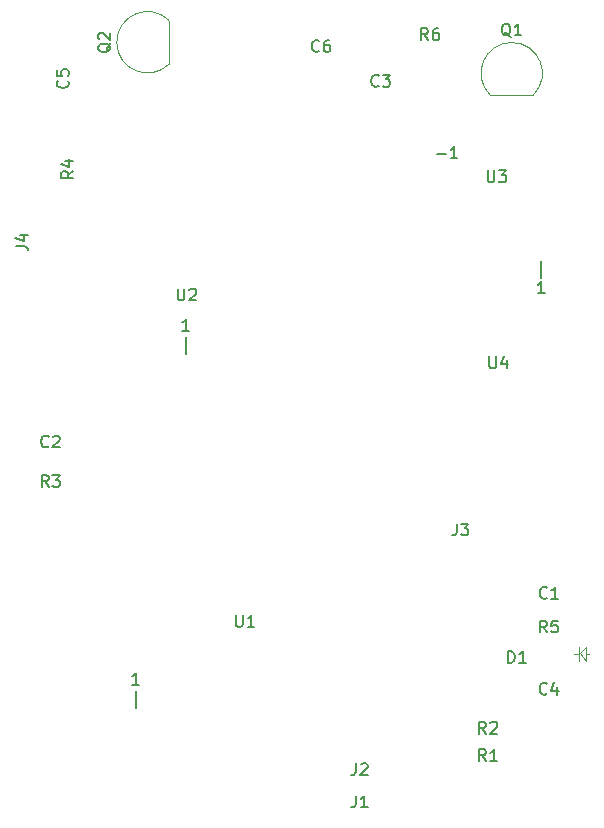
<source format=gbr>
%TF.GenerationSoftware,KiCad,Pcbnew,(7.0.0)*%
%TF.CreationDate,2023-03-08T13:52:56-06:00*%
%TF.ProjectId,G0-022M6,47302d30-3232-44d3-962e-6b696361645f,rev?*%
%TF.SameCoordinates,Original*%
%TF.FileFunction,Legend,Top*%
%TF.FilePolarity,Positive*%
%FSLAX46Y46*%
G04 Gerber Fmt 4.6, Leading zero omitted, Abs format (unit mm)*
G04 Created by KiCad (PCBNEW (7.0.0)) date 2023-03-08 13:52:56*
%MOMM*%
%LPD*%
G01*
G04 APERTURE LIST*
%ADD10C,0.100000*%
%ADD11C,0.150000*%
%ADD12C,0.120000*%
G04 APERTURE END LIST*
D10*
X174370000Y-116690500D02*
X174647000Y-116692000D01*
X173788000Y-116690500D02*
X173371000Y-116692000D01*
X174370000Y-117294000D02*
X173847000Y-116645000D01*
X174370000Y-116087000D02*
X174370000Y-117294000D01*
X173847000Y-116645000D02*
X174370000Y-116087000D01*
X173788000Y-116087000D02*
X173788000Y-117294000D01*
D11*
X140785904Y-89328380D02*
X140214476Y-89328380D01*
X140500190Y-89328380D02*
X140500190Y-88328380D01*
X140500190Y-88328380D02*
X140404952Y-88471238D01*
X140404952Y-88471238D02*
X140309714Y-88566476D01*
X140309714Y-88566476D02*
X140214476Y-88614095D01*
X140500190Y-91281714D02*
X140500190Y-89853142D01*
X161742095Y-74338428D02*
X162504000Y-74338428D01*
X163503999Y-74719380D02*
X162932571Y-74719380D01*
X163218285Y-74719380D02*
X163218285Y-73719380D01*
X163218285Y-73719380D02*
X163123047Y-73862238D01*
X163123047Y-73862238D02*
X163027809Y-73957476D01*
X163027809Y-73957476D02*
X162932571Y-74005095D01*
X170603190Y-84864714D02*
X170603190Y-83436142D01*
X170888904Y-86151380D02*
X170317476Y-86151380D01*
X170603190Y-86151380D02*
X170603190Y-85151380D01*
X170603190Y-85151380D02*
X170507952Y-85294238D01*
X170507952Y-85294238D02*
X170412714Y-85389476D01*
X170412714Y-85389476D02*
X170317476Y-85437095D01*
X136546904Y-119293380D02*
X135975476Y-119293380D01*
X136261190Y-119293380D02*
X136261190Y-118293380D01*
X136261190Y-118293380D02*
X136165952Y-118436238D01*
X136165952Y-118436238D02*
X136070714Y-118531476D01*
X136070714Y-118531476D02*
X135975476Y-118579095D01*
X136261190Y-121246714D02*
X136261190Y-119818142D01*
%TO.C,J1*%
X154913666Y-128680380D02*
X154913666Y-129394666D01*
X154913666Y-129394666D02*
X154866047Y-129537523D01*
X154866047Y-129537523D02*
X154770809Y-129632761D01*
X154770809Y-129632761D02*
X154627952Y-129680380D01*
X154627952Y-129680380D02*
X154532714Y-129680380D01*
X155913666Y-129680380D02*
X155342238Y-129680380D01*
X155627952Y-129680380D02*
X155627952Y-128680380D01*
X155627952Y-128680380D02*
X155532714Y-128823238D01*
X155532714Y-128823238D02*
X155437476Y-128918476D01*
X155437476Y-128918476D02*
X155342238Y-128966095D01*
%TO.C,C5*%
X130500142Y-68144666D02*
X130547761Y-68192285D01*
X130547761Y-68192285D02*
X130595380Y-68335142D01*
X130595380Y-68335142D02*
X130595380Y-68430380D01*
X130595380Y-68430380D02*
X130547761Y-68573237D01*
X130547761Y-68573237D02*
X130452523Y-68668475D01*
X130452523Y-68668475D02*
X130357285Y-68716094D01*
X130357285Y-68716094D02*
X130166809Y-68763713D01*
X130166809Y-68763713D02*
X130023952Y-68763713D01*
X130023952Y-68763713D02*
X129833476Y-68716094D01*
X129833476Y-68716094D02*
X129738238Y-68668475D01*
X129738238Y-68668475D02*
X129643000Y-68573237D01*
X129643000Y-68573237D02*
X129595380Y-68430380D01*
X129595380Y-68430380D02*
X129595380Y-68335142D01*
X129595380Y-68335142D02*
X129643000Y-68192285D01*
X129643000Y-68192285D02*
X129690619Y-68144666D01*
X129595380Y-67239904D02*
X129595380Y-67716094D01*
X129595380Y-67716094D02*
X130071571Y-67763713D01*
X130071571Y-67763713D02*
X130023952Y-67716094D01*
X130023952Y-67716094D02*
X129976333Y-67620856D01*
X129976333Y-67620856D02*
X129976333Y-67382761D01*
X129976333Y-67382761D02*
X130023952Y-67287523D01*
X130023952Y-67287523D02*
X130071571Y-67239904D01*
X130071571Y-67239904D02*
X130166809Y-67192285D01*
X130166809Y-67192285D02*
X130404904Y-67192285D01*
X130404904Y-67192285D02*
X130500142Y-67239904D01*
X130500142Y-67239904D02*
X130547761Y-67287523D01*
X130547761Y-67287523D02*
X130595380Y-67382761D01*
X130595380Y-67382761D02*
X130595380Y-67620856D01*
X130595380Y-67620856D02*
X130547761Y-67716094D01*
X130547761Y-67716094D02*
X130500142Y-67763713D01*
%TO.C,R1*%
X165920333Y-125760380D02*
X165587000Y-125284190D01*
X165348905Y-125760380D02*
X165348905Y-124760380D01*
X165348905Y-124760380D02*
X165729857Y-124760380D01*
X165729857Y-124760380D02*
X165825095Y-124808000D01*
X165825095Y-124808000D02*
X165872714Y-124855619D01*
X165872714Y-124855619D02*
X165920333Y-124950857D01*
X165920333Y-124950857D02*
X165920333Y-125093714D01*
X165920333Y-125093714D02*
X165872714Y-125188952D01*
X165872714Y-125188952D02*
X165825095Y-125236571D01*
X165825095Y-125236571D02*
X165729857Y-125284190D01*
X165729857Y-125284190D02*
X165348905Y-125284190D01*
X166872714Y-125760380D02*
X166301286Y-125760380D01*
X166587000Y-125760380D02*
X166587000Y-124760380D01*
X166587000Y-124760380D02*
X166491762Y-124903238D01*
X166491762Y-124903238D02*
X166396524Y-124998476D01*
X166396524Y-124998476D02*
X166301286Y-125046095D01*
%TO.C,C4*%
X171084333Y-120031142D02*
X171036714Y-120078761D01*
X171036714Y-120078761D02*
X170893857Y-120126380D01*
X170893857Y-120126380D02*
X170798619Y-120126380D01*
X170798619Y-120126380D02*
X170655762Y-120078761D01*
X170655762Y-120078761D02*
X170560524Y-119983523D01*
X170560524Y-119983523D02*
X170512905Y-119888285D01*
X170512905Y-119888285D02*
X170465286Y-119697809D01*
X170465286Y-119697809D02*
X170465286Y-119554952D01*
X170465286Y-119554952D02*
X170512905Y-119364476D01*
X170512905Y-119364476D02*
X170560524Y-119269238D01*
X170560524Y-119269238D02*
X170655762Y-119174000D01*
X170655762Y-119174000D02*
X170798619Y-119126380D01*
X170798619Y-119126380D02*
X170893857Y-119126380D01*
X170893857Y-119126380D02*
X171036714Y-119174000D01*
X171036714Y-119174000D02*
X171084333Y-119221619D01*
X171941476Y-119459714D02*
X171941476Y-120126380D01*
X171703381Y-119078761D02*
X171465286Y-119793047D01*
X171465286Y-119793047D02*
X172084333Y-119793047D01*
%TO.C,C6*%
X151797333Y-65633142D02*
X151749714Y-65680761D01*
X151749714Y-65680761D02*
X151606857Y-65728380D01*
X151606857Y-65728380D02*
X151511619Y-65728380D01*
X151511619Y-65728380D02*
X151368762Y-65680761D01*
X151368762Y-65680761D02*
X151273524Y-65585523D01*
X151273524Y-65585523D02*
X151225905Y-65490285D01*
X151225905Y-65490285D02*
X151178286Y-65299809D01*
X151178286Y-65299809D02*
X151178286Y-65156952D01*
X151178286Y-65156952D02*
X151225905Y-64966476D01*
X151225905Y-64966476D02*
X151273524Y-64871238D01*
X151273524Y-64871238D02*
X151368762Y-64776000D01*
X151368762Y-64776000D02*
X151511619Y-64728380D01*
X151511619Y-64728380D02*
X151606857Y-64728380D01*
X151606857Y-64728380D02*
X151749714Y-64776000D01*
X151749714Y-64776000D02*
X151797333Y-64823619D01*
X152654476Y-64728380D02*
X152464000Y-64728380D01*
X152464000Y-64728380D02*
X152368762Y-64776000D01*
X152368762Y-64776000D02*
X152321143Y-64823619D01*
X152321143Y-64823619D02*
X152225905Y-64966476D01*
X152225905Y-64966476D02*
X152178286Y-65156952D01*
X152178286Y-65156952D02*
X152178286Y-65537904D01*
X152178286Y-65537904D02*
X152225905Y-65633142D01*
X152225905Y-65633142D02*
X152273524Y-65680761D01*
X152273524Y-65680761D02*
X152368762Y-65728380D01*
X152368762Y-65728380D02*
X152559238Y-65728380D01*
X152559238Y-65728380D02*
X152654476Y-65680761D01*
X152654476Y-65680761D02*
X152702095Y-65633142D01*
X152702095Y-65633142D02*
X152749714Y-65537904D01*
X152749714Y-65537904D02*
X152749714Y-65299809D01*
X152749714Y-65299809D02*
X152702095Y-65204571D01*
X152702095Y-65204571D02*
X152654476Y-65156952D01*
X152654476Y-65156952D02*
X152559238Y-65109333D01*
X152559238Y-65109333D02*
X152368762Y-65109333D01*
X152368762Y-65109333D02*
X152273524Y-65156952D01*
X152273524Y-65156952D02*
X152225905Y-65204571D01*
X152225905Y-65204571D02*
X152178286Y-65299809D01*
%TO.C,C2*%
X128888333Y-99111142D02*
X128840714Y-99158761D01*
X128840714Y-99158761D02*
X128697857Y-99206380D01*
X128697857Y-99206380D02*
X128602619Y-99206380D01*
X128602619Y-99206380D02*
X128459762Y-99158761D01*
X128459762Y-99158761D02*
X128364524Y-99063523D01*
X128364524Y-99063523D02*
X128316905Y-98968285D01*
X128316905Y-98968285D02*
X128269286Y-98777809D01*
X128269286Y-98777809D02*
X128269286Y-98634952D01*
X128269286Y-98634952D02*
X128316905Y-98444476D01*
X128316905Y-98444476D02*
X128364524Y-98349238D01*
X128364524Y-98349238D02*
X128459762Y-98254000D01*
X128459762Y-98254000D02*
X128602619Y-98206380D01*
X128602619Y-98206380D02*
X128697857Y-98206380D01*
X128697857Y-98206380D02*
X128840714Y-98254000D01*
X128840714Y-98254000D02*
X128888333Y-98301619D01*
X129269286Y-98301619D02*
X129316905Y-98254000D01*
X129316905Y-98254000D02*
X129412143Y-98206380D01*
X129412143Y-98206380D02*
X129650238Y-98206380D01*
X129650238Y-98206380D02*
X129745476Y-98254000D01*
X129745476Y-98254000D02*
X129793095Y-98301619D01*
X129793095Y-98301619D02*
X129840714Y-98396857D01*
X129840714Y-98396857D02*
X129840714Y-98492095D01*
X129840714Y-98492095D02*
X129793095Y-98634952D01*
X129793095Y-98634952D02*
X129221667Y-99206380D01*
X129221667Y-99206380D02*
X129840714Y-99206380D01*
%TO.C,R3*%
X128888333Y-102543380D02*
X128555000Y-102067190D01*
X128316905Y-102543380D02*
X128316905Y-101543380D01*
X128316905Y-101543380D02*
X128697857Y-101543380D01*
X128697857Y-101543380D02*
X128793095Y-101591000D01*
X128793095Y-101591000D02*
X128840714Y-101638619D01*
X128840714Y-101638619D02*
X128888333Y-101733857D01*
X128888333Y-101733857D02*
X128888333Y-101876714D01*
X128888333Y-101876714D02*
X128840714Y-101971952D01*
X128840714Y-101971952D02*
X128793095Y-102019571D01*
X128793095Y-102019571D02*
X128697857Y-102067190D01*
X128697857Y-102067190D02*
X128316905Y-102067190D01*
X129221667Y-101543380D02*
X129840714Y-101543380D01*
X129840714Y-101543380D02*
X129507381Y-101924333D01*
X129507381Y-101924333D02*
X129650238Y-101924333D01*
X129650238Y-101924333D02*
X129745476Y-101971952D01*
X129745476Y-101971952D02*
X129793095Y-102019571D01*
X129793095Y-102019571D02*
X129840714Y-102114809D01*
X129840714Y-102114809D02*
X129840714Y-102352904D01*
X129840714Y-102352904D02*
X129793095Y-102448142D01*
X129793095Y-102448142D02*
X129745476Y-102495761D01*
X129745476Y-102495761D02*
X129650238Y-102543380D01*
X129650238Y-102543380D02*
X129364524Y-102543380D01*
X129364524Y-102543380D02*
X129269286Y-102495761D01*
X129269286Y-102495761D02*
X129221667Y-102448142D01*
%TO.C,U1*%
X144745095Y-113382380D02*
X144745095Y-114191904D01*
X144745095Y-114191904D02*
X144792714Y-114287142D01*
X144792714Y-114287142D02*
X144840333Y-114334761D01*
X144840333Y-114334761D02*
X144935571Y-114382380D01*
X144935571Y-114382380D02*
X145126047Y-114382380D01*
X145126047Y-114382380D02*
X145221285Y-114334761D01*
X145221285Y-114334761D02*
X145268904Y-114287142D01*
X145268904Y-114287142D02*
X145316523Y-114191904D01*
X145316523Y-114191904D02*
X145316523Y-113382380D01*
X146316523Y-114382380D02*
X145745095Y-114382380D01*
X146030809Y-114382380D02*
X146030809Y-113382380D01*
X146030809Y-113382380D02*
X145935571Y-113525238D01*
X145935571Y-113525238D02*
X145840333Y-113620476D01*
X145840333Y-113620476D02*
X145745095Y-113668095D01*
%TO.C,R4*%
X130976380Y-75810666D02*
X130500190Y-76143999D01*
X130976380Y-76382094D02*
X129976380Y-76382094D01*
X129976380Y-76382094D02*
X129976380Y-76001142D01*
X129976380Y-76001142D02*
X130024000Y-75905904D01*
X130024000Y-75905904D02*
X130071619Y-75858285D01*
X130071619Y-75858285D02*
X130166857Y-75810666D01*
X130166857Y-75810666D02*
X130309714Y-75810666D01*
X130309714Y-75810666D02*
X130404952Y-75858285D01*
X130404952Y-75858285D02*
X130452571Y-75905904D01*
X130452571Y-75905904D02*
X130500190Y-76001142D01*
X130500190Y-76001142D02*
X130500190Y-76382094D01*
X130309714Y-74953523D02*
X130976380Y-74953523D01*
X129928761Y-75191618D02*
X130643047Y-75429713D01*
X130643047Y-75429713D02*
X130643047Y-74810666D01*
%TO.C,J3*%
X163447666Y-105652380D02*
X163447666Y-106366666D01*
X163447666Y-106366666D02*
X163400047Y-106509523D01*
X163400047Y-106509523D02*
X163304809Y-106604761D01*
X163304809Y-106604761D02*
X163161952Y-106652380D01*
X163161952Y-106652380D02*
X163066714Y-106652380D01*
X163828619Y-105652380D02*
X164447666Y-105652380D01*
X164447666Y-105652380D02*
X164114333Y-106033333D01*
X164114333Y-106033333D02*
X164257190Y-106033333D01*
X164257190Y-106033333D02*
X164352428Y-106080952D01*
X164352428Y-106080952D02*
X164400047Y-106128571D01*
X164400047Y-106128571D02*
X164447666Y-106223809D01*
X164447666Y-106223809D02*
X164447666Y-106461904D01*
X164447666Y-106461904D02*
X164400047Y-106557142D01*
X164400047Y-106557142D02*
X164352428Y-106604761D01*
X164352428Y-106604761D02*
X164257190Y-106652380D01*
X164257190Y-106652380D02*
X163971476Y-106652380D01*
X163971476Y-106652380D02*
X163876238Y-106604761D01*
X163876238Y-106604761D02*
X163828619Y-106557142D01*
%TO.C,Q2*%
X134169619Y-64993238D02*
X134122000Y-65088476D01*
X134122000Y-65088476D02*
X134026761Y-65183714D01*
X134026761Y-65183714D02*
X133883904Y-65326571D01*
X133883904Y-65326571D02*
X133836285Y-65421809D01*
X133836285Y-65421809D02*
X133836285Y-65517047D01*
X134074380Y-65469428D02*
X134026761Y-65564666D01*
X134026761Y-65564666D02*
X133931523Y-65659904D01*
X133931523Y-65659904D02*
X133741047Y-65707523D01*
X133741047Y-65707523D02*
X133407714Y-65707523D01*
X133407714Y-65707523D02*
X133217238Y-65659904D01*
X133217238Y-65659904D02*
X133122000Y-65564666D01*
X133122000Y-65564666D02*
X133074380Y-65469428D01*
X133074380Y-65469428D02*
X133074380Y-65278952D01*
X133074380Y-65278952D02*
X133122000Y-65183714D01*
X133122000Y-65183714D02*
X133217238Y-65088476D01*
X133217238Y-65088476D02*
X133407714Y-65040857D01*
X133407714Y-65040857D02*
X133741047Y-65040857D01*
X133741047Y-65040857D02*
X133931523Y-65088476D01*
X133931523Y-65088476D02*
X134026761Y-65183714D01*
X134026761Y-65183714D02*
X134074380Y-65278952D01*
X134074380Y-65278952D02*
X134074380Y-65469428D01*
X133169619Y-64659904D02*
X133122000Y-64612285D01*
X133122000Y-64612285D02*
X133074380Y-64517047D01*
X133074380Y-64517047D02*
X133074380Y-64278952D01*
X133074380Y-64278952D02*
X133122000Y-64183714D01*
X133122000Y-64183714D02*
X133169619Y-64136095D01*
X133169619Y-64136095D02*
X133264857Y-64088476D01*
X133264857Y-64088476D02*
X133360095Y-64088476D01*
X133360095Y-64088476D02*
X133502952Y-64136095D01*
X133502952Y-64136095D02*
X134074380Y-64707523D01*
X134074380Y-64707523D02*
X134074380Y-64088476D01*
%TO.C,R5*%
X171084333Y-114862380D02*
X170751000Y-114386190D01*
X170512905Y-114862380D02*
X170512905Y-113862380D01*
X170512905Y-113862380D02*
X170893857Y-113862380D01*
X170893857Y-113862380D02*
X170989095Y-113910000D01*
X170989095Y-113910000D02*
X171036714Y-113957619D01*
X171036714Y-113957619D02*
X171084333Y-114052857D01*
X171084333Y-114052857D02*
X171084333Y-114195714D01*
X171084333Y-114195714D02*
X171036714Y-114290952D01*
X171036714Y-114290952D02*
X170989095Y-114338571D01*
X170989095Y-114338571D02*
X170893857Y-114386190D01*
X170893857Y-114386190D02*
X170512905Y-114386190D01*
X171989095Y-113862380D02*
X171512905Y-113862380D01*
X171512905Y-113862380D02*
X171465286Y-114338571D01*
X171465286Y-114338571D02*
X171512905Y-114290952D01*
X171512905Y-114290952D02*
X171608143Y-114243333D01*
X171608143Y-114243333D02*
X171846238Y-114243333D01*
X171846238Y-114243333D02*
X171941476Y-114290952D01*
X171941476Y-114290952D02*
X171989095Y-114338571D01*
X171989095Y-114338571D02*
X172036714Y-114433809D01*
X172036714Y-114433809D02*
X172036714Y-114671904D01*
X172036714Y-114671904D02*
X171989095Y-114767142D01*
X171989095Y-114767142D02*
X171941476Y-114814761D01*
X171941476Y-114814761D02*
X171846238Y-114862380D01*
X171846238Y-114862380D02*
X171608143Y-114862380D01*
X171608143Y-114862380D02*
X171512905Y-114814761D01*
X171512905Y-114814761D02*
X171465286Y-114767142D01*
%TO.C,D1*%
X167788905Y-117438380D02*
X167788905Y-116438380D01*
X167788905Y-116438380D02*
X168027000Y-116438380D01*
X168027000Y-116438380D02*
X168169857Y-116486000D01*
X168169857Y-116486000D02*
X168265095Y-116581238D01*
X168265095Y-116581238D02*
X168312714Y-116676476D01*
X168312714Y-116676476D02*
X168360333Y-116866952D01*
X168360333Y-116866952D02*
X168360333Y-117009809D01*
X168360333Y-117009809D02*
X168312714Y-117200285D01*
X168312714Y-117200285D02*
X168265095Y-117295523D01*
X168265095Y-117295523D02*
X168169857Y-117390761D01*
X168169857Y-117390761D02*
X168027000Y-117438380D01*
X168027000Y-117438380D02*
X167788905Y-117438380D01*
X169312714Y-117438380D02*
X168741286Y-117438380D01*
X169027000Y-117438380D02*
X169027000Y-116438380D01*
X169027000Y-116438380D02*
X168931762Y-116581238D01*
X168931762Y-116581238D02*
X168836524Y-116676476D01*
X168836524Y-116676476D02*
X168741286Y-116724095D01*
%TO.C,J4*%
X126122380Y-82147333D02*
X126836666Y-82147333D01*
X126836666Y-82147333D02*
X126979523Y-82194952D01*
X126979523Y-82194952D02*
X127074761Y-82290190D01*
X127074761Y-82290190D02*
X127122380Y-82433047D01*
X127122380Y-82433047D02*
X127122380Y-82528285D01*
X126455714Y-81242571D02*
X127122380Y-81242571D01*
X126074761Y-81480666D02*
X126789047Y-81718761D01*
X126789047Y-81718761D02*
X126789047Y-81099714D01*
%TO.C,C1*%
X171084333Y-111918142D02*
X171036714Y-111965761D01*
X171036714Y-111965761D02*
X170893857Y-112013380D01*
X170893857Y-112013380D02*
X170798619Y-112013380D01*
X170798619Y-112013380D02*
X170655762Y-111965761D01*
X170655762Y-111965761D02*
X170560524Y-111870523D01*
X170560524Y-111870523D02*
X170512905Y-111775285D01*
X170512905Y-111775285D02*
X170465286Y-111584809D01*
X170465286Y-111584809D02*
X170465286Y-111441952D01*
X170465286Y-111441952D02*
X170512905Y-111251476D01*
X170512905Y-111251476D02*
X170560524Y-111156238D01*
X170560524Y-111156238D02*
X170655762Y-111061000D01*
X170655762Y-111061000D02*
X170798619Y-111013380D01*
X170798619Y-111013380D02*
X170893857Y-111013380D01*
X170893857Y-111013380D02*
X171036714Y-111061000D01*
X171036714Y-111061000D02*
X171084333Y-111108619D01*
X172036714Y-112013380D02*
X171465286Y-112013380D01*
X171751000Y-112013380D02*
X171751000Y-111013380D01*
X171751000Y-111013380D02*
X171655762Y-111156238D01*
X171655762Y-111156238D02*
X171560524Y-111251476D01*
X171560524Y-111251476D02*
X171465286Y-111299095D01*
%TO.C,C3*%
X156843333Y-68567142D02*
X156795714Y-68614761D01*
X156795714Y-68614761D02*
X156652857Y-68662380D01*
X156652857Y-68662380D02*
X156557619Y-68662380D01*
X156557619Y-68662380D02*
X156414762Y-68614761D01*
X156414762Y-68614761D02*
X156319524Y-68519523D01*
X156319524Y-68519523D02*
X156271905Y-68424285D01*
X156271905Y-68424285D02*
X156224286Y-68233809D01*
X156224286Y-68233809D02*
X156224286Y-68090952D01*
X156224286Y-68090952D02*
X156271905Y-67900476D01*
X156271905Y-67900476D02*
X156319524Y-67805238D01*
X156319524Y-67805238D02*
X156414762Y-67710000D01*
X156414762Y-67710000D02*
X156557619Y-67662380D01*
X156557619Y-67662380D02*
X156652857Y-67662380D01*
X156652857Y-67662380D02*
X156795714Y-67710000D01*
X156795714Y-67710000D02*
X156843333Y-67757619D01*
X157176667Y-67662380D02*
X157795714Y-67662380D01*
X157795714Y-67662380D02*
X157462381Y-68043333D01*
X157462381Y-68043333D02*
X157605238Y-68043333D01*
X157605238Y-68043333D02*
X157700476Y-68090952D01*
X157700476Y-68090952D02*
X157748095Y-68138571D01*
X157748095Y-68138571D02*
X157795714Y-68233809D01*
X157795714Y-68233809D02*
X157795714Y-68471904D01*
X157795714Y-68471904D02*
X157748095Y-68567142D01*
X157748095Y-68567142D02*
X157700476Y-68614761D01*
X157700476Y-68614761D02*
X157605238Y-68662380D01*
X157605238Y-68662380D02*
X157319524Y-68662380D01*
X157319524Y-68662380D02*
X157224286Y-68614761D01*
X157224286Y-68614761D02*
X157176667Y-68567142D01*
%TO.C,R6*%
X161019333Y-64713380D02*
X160686000Y-64237190D01*
X160447905Y-64713380D02*
X160447905Y-63713380D01*
X160447905Y-63713380D02*
X160828857Y-63713380D01*
X160828857Y-63713380D02*
X160924095Y-63761000D01*
X160924095Y-63761000D02*
X160971714Y-63808619D01*
X160971714Y-63808619D02*
X161019333Y-63903857D01*
X161019333Y-63903857D02*
X161019333Y-64046714D01*
X161019333Y-64046714D02*
X160971714Y-64141952D01*
X160971714Y-64141952D02*
X160924095Y-64189571D01*
X160924095Y-64189571D02*
X160828857Y-64237190D01*
X160828857Y-64237190D02*
X160447905Y-64237190D01*
X161876476Y-63713380D02*
X161686000Y-63713380D01*
X161686000Y-63713380D02*
X161590762Y-63761000D01*
X161590762Y-63761000D02*
X161543143Y-63808619D01*
X161543143Y-63808619D02*
X161447905Y-63951476D01*
X161447905Y-63951476D02*
X161400286Y-64141952D01*
X161400286Y-64141952D02*
X161400286Y-64522904D01*
X161400286Y-64522904D02*
X161447905Y-64618142D01*
X161447905Y-64618142D02*
X161495524Y-64665761D01*
X161495524Y-64665761D02*
X161590762Y-64713380D01*
X161590762Y-64713380D02*
X161781238Y-64713380D01*
X161781238Y-64713380D02*
X161876476Y-64665761D01*
X161876476Y-64665761D02*
X161924095Y-64618142D01*
X161924095Y-64618142D02*
X161971714Y-64522904D01*
X161971714Y-64522904D02*
X161971714Y-64284809D01*
X161971714Y-64284809D02*
X161924095Y-64189571D01*
X161924095Y-64189571D02*
X161876476Y-64141952D01*
X161876476Y-64141952D02*
X161781238Y-64094333D01*
X161781238Y-64094333D02*
X161590762Y-64094333D01*
X161590762Y-64094333D02*
X161495524Y-64141952D01*
X161495524Y-64141952D02*
X161447905Y-64189571D01*
X161447905Y-64189571D02*
X161400286Y-64284809D01*
%TO.C,U2*%
X139817095Y-85755380D02*
X139817095Y-86564904D01*
X139817095Y-86564904D02*
X139864714Y-86660142D01*
X139864714Y-86660142D02*
X139912333Y-86707761D01*
X139912333Y-86707761D02*
X140007571Y-86755380D01*
X140007571Y-86755380D02*
X140198047Y-86755380D01*
X140198047Y-86755380D02*
X140293285Y-86707761D01*
X140293285Y-86707761D02*
X140340904Y-86660142D01*
X140340904Y-86660142D02*
X140388523Y-86564904D01*
X140388523Y-86564904D02*
X140388523Y-85755380D01*
X140817095Y-85850619D02*
X140864714Y-85803000D01*
X140864714Y-85803000D02*
X140959952Y-85755380D01*
X140959952Y-85755380D02*
X141198047Y-85755380D01*
X141198047Y-85755380D02*
X141293285Y-85803000D01*
X141293285Y-85803000D02*
X141340904Y-85850619D01*
X141340904Y-85850619D02*
X141388523Y-85945857D01*
X141388523Y-85945857D02*
X141388523Y-86041095D01*
X141388523Y-86041095D02*
X141340904Y-86183952D01*
X141340904Y-86183952D02*
X140769476Y-86755380D01*
X140769476Y-86755380D02*
X141388523Y-86755380D01*
%TO.C,J2*%
X154913666Y-125946380D02*
X154913666Y-126660666D01*
X154913666Y-126660666D02*
X154866047Y-126803523D01*
X154866047Y-126803523D02*
X154770809Y-126898761D01*
X154770809Y-126898761D02*
X154627952Y-126946380D01*
X154627952Y-126946380D02*
X154532714Y-126946380D01*
X155342238Y-126041619D02*
X155389857Y-125994000D01*
X155389857Y-125994000D02*
X155485095Y-125946380D01*
X155485095Y-125946380D02*
X155723190Y-125946380D01*
X155723190Y-125946380D02*
X155818428Y-125994000D01*
X155818428Y-125994000D02*
X155866047Y-126041619D01*
X155866047Y-126041619D02*
X155913666Y-126136857D01*
X155913666Y-126136857D02*
X155913666Y-126232095D01*
X155913666Y-126232095D02*
X155866047Y-126374952D01*
X155866047Y-126374952D02*
X155294619Y-126946380D01*
X155294619Y-126946380D02*
X155913666Y-126946380D01*
%TO.C,U4*%
X166215095Y-91494380D02*
X166215095Y-92303904D01*
X166215095Y-92303904D02*
X166262714Y-92399142D01*
X166262714Y-92399142D02*
X166310333Y-92446761D01*
X166310333Y-92446761D02*
X166405571Y-92494380D01*
X166405571Y-92494380D02*
X166596047Y-92494380D01*
X166596047Y-92494380D02*
X166691285Y-92446761D01*
X166691285Y-92446761D02*
X166738904Y-92399142D01*
X166738904Y-92399142D02*
X166786523Y-92303904D01*
X166786523Y-92303904D02*
X166786523Y-91494380D01*
X167691285Y-91827714D02*
X167691285Y-92494380D01*
X167453190Y-91446761D02*
X167215095Y-92161047D01*
X167215095Y-92161047D02*
X167834142Y-92161047D01*
%TO.C,R2*%
X165920333Y-123427380D02*
X165587000Y-122951190D01*
X165348905Y-123427380D02*
X165348905Y-122427380D01*
X165348905Y-122427380D02*
X165729857Y-122427380D01*
X165729857Y-122427380D02*
X165825095Y-122475000D01*
X165825095Y-122475000D02*
X165872714Y-122522619D01*
X165872714Y-122522619D02*
X165920333Y-122617857D01*
X165920333Y-122617857D02*
X165920333Y-122760714D01*
X165920333Y-122760714D02*
X165872714Y-122855952D01*
X165872714Y-122855952D02*
X165825095Y-122903571D01*
X165825095Y-122903571D02*
X165729857Y-122951190D01*
X165729857Y-122951190D02*
X165348905Y-122951190D01*
X166301286Y-122522619D02*
X166348905Y-122475000D01*
X166348905Y-122475000D02*
X166444143Y-122427380D01*
X166444143Y-122427380D02*
X166682238Y-122427380D01*
X166682238Y-122427380D02*
X166777476Y-122475000D01*
X166777476Y-122475000D02*
X166825095Y-122522619D01*
X166825095Y-122522619D02*
X166872714Y-122617857D01*
X166872714Y-122617857D02*
X166872714Y-122713095D01*
X166872714Y-122713095D02*
X166825095Y-122855952D01*
X166825095Y-122855952D02*
X166253667Y-123427380D01*
X166253667Y-123427380D02*
X166872714Y-123427380D01*
%TO.C,U3*%
X166062095Y-75741380D02*
X166062095Y-76550904D01*
X166062095Y-76550904D02*
X166109714Y-76646142D01*
X166109714Y-76646142D02*
X166157333Y-76693761D01*
X166157333Y-76693761D02*
X166252571Y-76741380D01*
X166252571Y-76741380D02*
X166443047Y-76741380D01*
X166443047Y-76741380D02*
X166538285Y-76693761D01*
X166538285Y-76693761D02*
X166585904Y-76646142D01*
X166585904Y-76646142D02*
X166633523Y-76550904D01*
X166633523Y-76550904D02*
X166633523Y-75741380D01*
X167014476Y-75741380D02*
X167633523Y-75741380D01*
X167633523Y-75741380D02*
X167300190Y-76122333D01*
X167300190Y-76122333D02*
X167443047Y-76122333D01*
X167443047Y-76122333D02*
X167538285Y-76169952D01*
X167538285Y-76169952D02*
X167585904Y-76217571D01*
X167585904Y-76217571D02*
X167633523Y-76312809D01*
X167633523Y-76312809D02*
X167633523Y-76550904D01*
X167633523Y-76550904D02*
X167585904Y-76646142D01*
X167585904Y-76646142D02*
X167538285Y-76693761D01*
X167538285Y-76693761D02*
X167443047Y-76741380D01*
X167443047Y-76741380D02*
X167157333Y-76741380D01*
X167157333Y-76741380D02*
X167062095Y-76693761D01*
X167062095Y-76693761D02*
X167014476Y-76646142D01*
%TO.C,Q1*%
X168009761Y-64419619D02*
X167914523Y-64372000D01*
X167914523Y-64372000D02*
X167819285Y-64276761D01*
X167819285Y-64276761D02*
X167676428Y-64133904D01*
X167676428Y-64133904D02*
X167581190Y-64086285D01*
X167581190Y-64086285D02*
X167485952Y-64086285D01*
X167533571Y-64324380D02*
X167438333Y-64276761D01*
X167438333Y-64276761D02*
X167343095Y-64181523D01*
X167343095Y-64181523D02*
X167295476Y-63991047D01*
X167295476Y-63991047D02*
X167295476Y-63657714D01*
X167295476Y-63657714D02*
X167343095Y-63467238D01*
X167343095Y-63467238D02*
X167438333Y-63372000D01*
X167438333Y-63372000D02*
X167533571Y-63324380D01*
X167533571Y-63324380D02*
X167724047Y-63324380D01*
X167724047Y-63324380D02*
X167819285Y-63372000D01*
X167819285Y-63372000D02*
X167914523Y-63467238D01*
X167914523Y-63467238D02*
X167962142Y-63657714D01*
X167962142Y-63657714D02*
X167962142Y-63991047D01*
X167962142Y-63991047D02*
X167914523Y-64181523D01*
X167914523Y-64181523D02*
X167819285Y-64276761D01*
X167819285Y-64276761D02*
X167724047Y-64324380D01*
X167724047Y-64324380D02*
X167533571Y-64324380D01*
X168914523Y-64324380D02*
X168343095Y-64324380D01*
X168628809Y-64324380D02*
X168628809Y-63324380D01*
X168628809Y-63324380D02*
X168533571Y-63467238D01*
X168533571Y-63467238D02*
X168438333Y-63562476D01*
X168438333Y-63562476D02*
X168343095Y-63610095D01*
D12*
%TO.C,Q2*%
X139117000Y-66698000D02*
X139117000Y-63098000D01*
X134667000Y-64898000D02*
G75*
G03*
X139105478Y-66736478I2600000J0D01*
G01*
X139105478Y-63059522D02*
G75*
G03*
X134667000Y-64898000I-1838478J-1838478D01*
G01*
%TO.C,Q1*%
X166305000Y-69367000D02*
X169905000Y-69367000D01*
X168105000Y-64917000D02*
G75*
G03*
X166266522Y-69355478I0J-2600000D01*
G01*
X169943478Y-69355478D02*
G75*
G03*
X168105000Y-64917000I-1838478J1838478D01*
G01*
%TD*%
M02*

</source>
